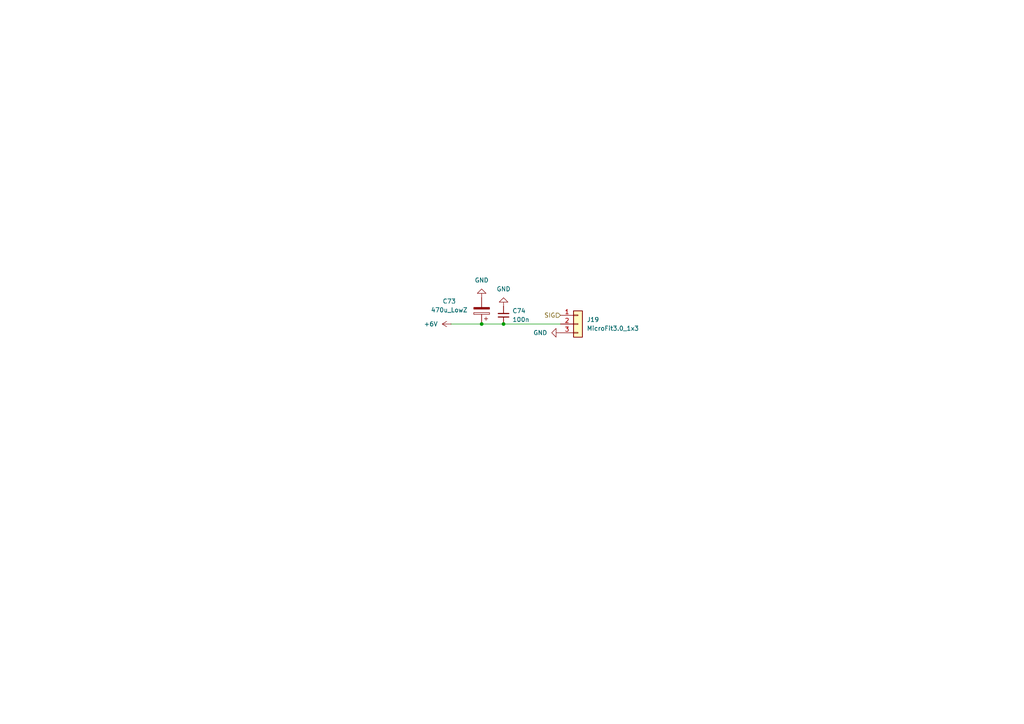
<source format=kicad_sch>
(kicad_sch (version 20250114) (generator "eeschema") (generator_version "9.0")
  (paper "A4")
  (lib_symbols
    (symbol "Connector_Generic:Conn_01x03" (pin_names (offset 1.016) (hide yes))
      (property "Reference" "J" (at 0 5.08 0))
      (property "Value" "Conn_01x03" (at 0 -5.08 0))
      (symbol "Conn_01x03_1_1"
        (rectangle (start -1.27 3.81) (end 1.27 -3.81) (stroke (width 0.254)) (fill (type background)))
        (rectangle (start -1.27 2.667) (end 0 2.413) (stroke (width 0.1524)))
        (rectangle (start -1.27 0.127) (end 0 -0.127) (stroke (width 0.1524)))
        (rectangle (start -1.27 -2.413) (end 0 -2.667) (stroke (width 0.1524)))
        (pin passive line (at -5.08 2.54 0) (length 3.81) (name "Pin_1") (number "1"))
        (pin passive line (at -5.08 0 0) (length 3.81) (name "Pin_2") (number "2"))
        (pin passive line (at -5.08 -2.54 0) (length 3.81) (name "Pin_3") (number "3"))
      )
    )
    (symbol "Device:C_Polarized" (pin_numbers (hide yes)) (pin_names (offset 0.254))
      (property "Reference" "C" (at 0.635 2.54 0))
      (property "Value" "C_Polarized" (at 0.635 -2.54 0))
      (symbol "C_Polarized_0_1"
        (rectangle (start -2.286 0.508) (end 2.286 1.016))
        (polyline (pts (xy -1.778 2.286) (xy -0.762 2.286)))
        (polyline (pts (xy -1.27 2.794) (xy -1.27 1.778)))
        (rectangle (start 2.286 -0.508) (end -2.286 -1.016) (fill (type outline)))
      )
      (symbol "C_Polarized_1_1"
        (pin passive line (at 0 3.81 270) (length 2.794) (name "~") (number "1"))
        (pin passive line (at 0 -3.81 90) (length 2.794) (name "~") (number "2"))
      )
    )
    (symbol "Device:C_Small" (pin_numbers (hide yes)) (pin_names (offset 0.254) (hide yes))
      (property "Reference" "C" (at 0.254 1.778 0))
      (property "Value" "C_Small" (at 0.254 -2.032 0))
      (symbol "C_Small_0_1"
        (polyline (pts (xy -1.524 0.508) (xy 1.524 0.508)) (stroke (width 0.3048)))
        (polyline (pts (xy -1.524 -0.508) (xy 1.524 -0.508)) (stroke (width 0.3302)))
      )
      (symbol "C_Small_1_1"
        (pin passive line (at 0 2.54 270) (length 2.032) (name "~") (number "1"))
        (pin passive line (at 0 -2.54 90) (length 2.032) (name "~") (number "2"))
      )
    )
    (symbol "power:+6V" (power) (pin_numbers (hide yes)) (pin_names (offset 0) (hide yes))
      (property "Value" "+6V" (at 0 3.556 0))
      (symbol "+6V_0_1"
        (polyline (pts (xy -0.762 1.27) (xy 0 2.54)))
        (polyline (pts (xy 0 2.54) (xy 0.762 1.27)))
        (polyline (pts (xy 0 0) (xy 0 2.54)))
      )
      (symbol "+6V_1_1"
        (pin power_in line (at 0 0 90) (length 0) (name "~") (number "1"))
      )
    )
    (symbol "power:GND" (power) (pin_numbers (hide yes)) (pin_names (offset 0) (hide yes))
      (property "Value" "GND" (at 0 -3.81 0))
      (symbol "GND_0_1"
        (polyline (pts (xy 0 0) (xy 0 -1.27) (xy 1.27 -1.27) (xy 0 -2.54) (xy -1.27 -1.27) (xy 0 -1.27)))
      )
      (symbol "GND_1_1"
        (pin power_in line (at 0 0 270) (length 0) (name "~") (number "1"))
      )
    )
  )
  (junction (at 139.7 93.98))
  (junction (at 146.05 93.98))
  (wire (pts (xy 139.7 93.98) (xy 146.05 93.98)))
  (wire (pts (xy 130.81 93.98) (xy 139.7 93.98)))
  (wire (pts (xy 146.05 93.98) (xy 162.56 93.98)))
  (hierarchical_label "SIG" (shape input) (at 162.56 91.44 180))
  (symbol (lib_id "power:+6V") (at 130.81 93.98 90) (unit 1)
    (property "Reference" "#PWR0160" (effects (hide yes)))
    (property "Value" "+6V" (at 127 93.9799 90) (effects (justify left)))
    (property "Description" "Power symbol creates a global label with name \"+6V\"" (effects (hide yes)))
    (instances (project "eurobot-2026-robot-pcb" (path "" (reference "#PWR0160") (unit 1)) (path "" (reference "#PWR0164") (unit 1))))
  )
  (symbol (lib_id "Device:C_Polarized") (at 139.7 90.17 180) (unit 1)
    (property "Reference" "C73" (at 130.302 87.376 0))
    (property "Value" "470u_LowZ" (at 130.302 89.916 0))
    (property "Footprint" "Capacitor_THT:CP_Radial_D8.0mm_P3.50mm" (effects (hide yes)))
    (property "Datasheet" "https://industrial.panasonic.com/cdbs/www-data/pdf/RDF0000/RDF0000C1266.pdf" (effects (hide yes)))
    (property "Description" "Polarized capacitor" (effects (hide yes)))
    (property "MPN" "EEU-FR1E471L" (effects (hide yes)))
    (property "Manufacturer" "Panasonic" (effects (hide yes)))
    (instances (project "eurobot-2026-robot-pcb" (path "" (reference "C73") (unit 1)) (path "" (reference "C75") (unit 1))))
  )
  (symbol (lib_id "power:GND") (at 139.7 86.36 180) (unit 1)
    (property "Reference" "#PWR0161" (effects (hide yes)))
    (property "Value" "GND" (at 139.7 81.28 0))
    (property "Description" "Power symbol creates a global label with name \"GND\" , ground" (effects (hide yes)))
    (instances (project "eurobot-2026-robot-pcb" (path "" (reference "#PWR0161") (unit 1)) (path "" (reference "#PWR0165") (unit 1))))
  )
  (symbol (lib_id "power:GND") (at 146.05 88.9 180) (unit 1)
    (property "Reference" "#PWR0162" (effects (hide yes)))
    (property "Value" "GND" (at 146.05 83.82 0))
    (property "Description" "Power symbol creates a global label with name \"GND\" , ground" (effects (hide yes)))
    (instances (project "eurobot-2026-robot-pcb" (path "" (reference "#PWR0162") (unit 1)) (path "" (reference "#PWR0166") (unit 1))))
  )
  (symbol (lib_id "power:GND") (at 162.56 96.52 270) (unit 1)
    (property "Reference" "#PWR0163" (effects (hide yes)))
    (property "Value" "GND" (at 158.75 96.5199 90) (effects (justify right)))
    (property "Description" "Power symbol creates a global label with name \"GND\" , ground" (effects (hide yes)))
    (instances (project "eurobot-2026-robot-pcb" (path "" (reference "#PWR0163") (unit 1)) (path "" (reference "#PWR0167") (unit 1))))
  )
  (symbol (lib_id "Connector_Generic:Conn_01x03") (at 167.64 93.98 0) (unit 1)
    (property "Reference" "J19" (at 170.18 92.7099 0) (effects (justify left)))
    (property "Value" "MicroFit3.0_1x3" (at 170.18 95.2499 0) (effects (justify left)))
    (property "Description" "Generic connector, single row, 01x03, script generated (kicad-library-utils/schlib/autogen/connector/)" (effects (hide yes)))
    (instances (project "eurobot-2026-robot-pcb" (path "" (reference "J19") (unit 1)) (path "" (reference "J20") (unit 1))))
  )
  (symbol (lib_id "Device:C_Small") (at 146.05 91.44 180) (unit 1)
    (property "Reference" "C74" (at 148.59 90.1635 0) (effects (justify right)))
    (property "Value" "100n" (at 148.59 92.7035 0) (effects (justify right)))
    (property "Footprint" "Capacitor_SMD:C_0805_2012Metric_Pad1.18x1.45mm_HandSolder" (effects (hide yes)))
    (property "Description" "Unpolarized capacitor, small symbol,X7R" (effects (hide yes)))
    (instances (project "eurobot-2026-robot-pcb" (path "" (reference "C74") (unit 1)) (path "" (reference "C76") (unit 1))))
  )
)
</source>
